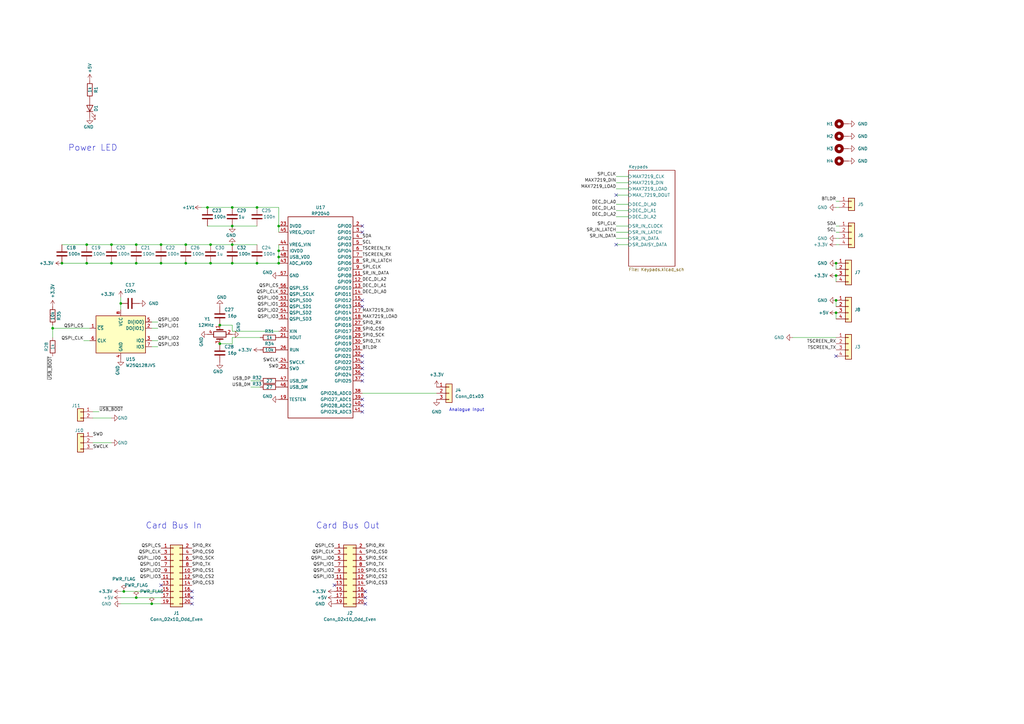
<source format=kicad_sch>
(kicad_sch (version 20211123) (generator eeschema)
  (paper "A3")
  (title_block (title "OpenDeck v3"))
  (lib_symbols
    (symbol "Conn_01x02_1" (pin_names (offset 1.016) hide)
      (property "Reference" "J" (at 0 2.54 0))
      (property "Value" "Conn_01x02_1" (at 0 -5.08 0))
      (symbol "Conn_01x02_1_1_1"
        (rectangle (start -1.27 -2.413) (end 0 -2.667) (stroke (width 0.1524)))
        (rectangle (start -1.27 0.127) (end 0 -0.127) (stroke (width 0.1524)))
        (rectangle (start -1.27 1.27) (end 1.27 -3.81) (stroke (width 0.254)) (fill (type background)))
        (pin passive line (at -5.08 0 0) (length 3.81) (name "Pin_1") (number "1"))
        (pin passive line (at -5.08 -2.54 0) (length 3.81) (name "Pin_2") (number "2"))
      )
    )
    (symbol "Conn_01x04_1" (pin_names (offset 1.016) hide)
      (property "Reference" "J" (at 0 5.08 0))
      (property "Value" "Conn_01x04_1" (at 0 -7.62 0))
      (symbol "Conn_01x04_1_1_1"
        (rectangle (start -1.27 -4.953) (end 0 -5.207) (stroke (width 0.1524)))
        (rectangle (start -1.27 -2.413) (end 0 -2.667) (stroke (width 0.1524)))
        (rectangle (start -1.27 0.127) (end 0 -0.127) (stroke (width 0.1524)))
        (rectangle (start -1.27 2.667) (end 0 2.413) (stroke (width 0.1524)))
        (rectangle (start -1.27 3.81) (end 1.27 -6.35) (stroke (width 0.254)) (fill (type background)))
        (pin passive line (at -5.08 2.54 0) (length 3.81) (name "Pin_1") (number "1"))
        (pin passive line (at -5.08 0 0) (length 3.81) (name "Pin_2") (number "2"))
        (pin passive line (at -5.08 -2.54 0) (length 3.81) (name "Pin_3") (number "3"))
        (pin passive line (at -5.08 -5.08 0) (length 3.81) (name "Pin_4") (number "4"))
      )
    )
    (symbol "Conn_01x04_2" (pin_names (offset 1.016) hide)
      (property "Reference" "J" (at 0 5.08 0))
      (property "Value" "Conn_01x04_2" (at 0 -7.62 0))
      (symbol "Conn_01x04_2_1_1"
        (rectangle (start -1.27 -4.953) (end 0 -5.207) (stroke (width 0.1524)))
        (rectangle (start -1.27 -2.413) (end 0 -2.667) (stroke (width 0.1524)))
        (rectangle (start -1.27 0.127) (end 0 -0.127) (stroke (width 0.1524)))
        (rectangle (start -1.27 2.667) (end 0 2.413) (stroke (width 0.1524)))
        (rectangle (start -1.27 3.81) (end 1.27 -6.35) (stroke (width 0.254)) (fill (type background)))
        (pin passive line (at -5.08 2.54 0) (length 3.81) (name "Pin_1") (number "1"))
        (pin passive line (at -5.08 0 0) (length 3.81) (name "Pin_2") (number "2"))
        (pin passive line (at -5.08 -2.54 0) (length 3.81) (name "Pin_3") (number "3"))
        (pin passive line (at -5.08 -5.08 0) (length 3.81) (name "Pin_4") (number "4"))
      )
    )
    (symbol "Conn_01x04_3" (pin_names (offset 1.016) hide)
      (property "Reference" "J" (at 0 5.08 0))
      (property "Value" "Conn_01x04_3" (at 0 -7.62 0))
      (symbol "Conn_01x04_3_1_1"
        (rectangle (start -1.27 -4.953) (end 0 -5.207) (stroke (width 0.1524)))
        (rectangle (start -1.27 -2.413) (end 0 -2.667) (stroke (width 0.1524)))
        (rectangle (start -1.27 0.127) (end 0 -0.127) (stroke (width 0.1524)))
        (rectangle (start -1.27 2.667) (end 0 2.413) (stroke (width 0.1524)))
        (rectangle (start -1.27 3.81) (end 1.27 -6.35) (stroke (width 0.254)) (fill (type background)))
        (pin passive line (at -5.08 2.54 0) (length 3.81) (name "Pin_1") (number "1"))
        (pin passive line (at -5.08 0 0) (length 3.81) (name "Pin_2") (number "2"))
        (pin passive line (at -5.08 -2.54 0) (length 3.81) (name "Pin_3") (number "3"))
        (pin passive line (at -5.08 -5.08 0) (length 3.81) (name "Pin_4") (number "4"))
      )
    )
    (symbol "Connector_Generic:Conn_01x02" (pin_names (offset 1.016) hide)
      (property "Reference" "J" (at 0 2.54 0))
      (property "Value" "Conn_01x02" (at 0 -5.08 0))
      (symbol "Conn_01x02_1_1"
        (rectangle (start -1.27 -2.413) (end 0 -2.667) (stroke (width 0.1524)))
        (rectangle (start -1.27 0.127) (end 0 -0.127) (stroke (width 0.1524)))
        (rectangle (start -1.27 1.27) (end 1.27 -3.81) (stroke (width 0.254)) (fill (type background)))
        (pin passive line (at -5.08 0 0) (length 3.81) (name "Pin_1") (number "1"))
        (pin passive line (at -5.08 -2.54 0) (length 3.81) (name "Pin_2") (number "2"))
      )
    )
    (symbol "Connector_Generic:Conn_01x03" (pin_names (offset 1.016) hide)
      (property "Reference" "J" (at 0 5.08 0))
      (property "Value" "Conn_01x03" (at 0 -5.08 0))
      (symbol "Conn_01x03_1_1"
        (rectangle (start -1.27 -2.413) (end 0 -2.667) (stroke (width 0.1524)))
        (rectangle (start -1.27 0.127) (end 0 -0.127) (stroke (width 0.1524)))
        (rectangle (start -1.27 2.667) (end 0 2.413) (stroke (width 0.1524)))
        (rectangle (start -1.27 3.81) (end 1.27 -3.81) (stroke (width 0.254)) (fill (type background)))
        (pin passive line (at -5.08 2.54 0) (length 3.81) (name "Pin_1") (number "1"))
        (pin passive line (at -5.08 0 0) (length 3.81) (name "Pin_2") (number "2"))
        (pin passive line (at -5.08 -2.54 0) (length 3.81) (name "Pin_3") (number "3"))
      )
    )
    (symbol "Connector_Generic:Conn_01x04" (pin_names (offset 1.016) hide)
      (property "Reference" "J" (at 0 5.08 0))
      (property "Value" "Conn_01x04" (at 0 -7.62 0))
      (symbol "Conn_01x04_1_1"
        (rectangle (start -1.27 -4.953) (end 0 -5.207) (stroke (width 0.1524)))
        (rectangle (start -1.27 -2.413) (end 0 -2.667) (stroke (width 0.1524)))
        (rectangle (start -1.27 0.127) (end 0 -0.127) (stroke (width 0.1524)))
        (rectangle (start -1.27 2.667) (end 0 2.413) (stroke (width 0.1524)))
        (rectangle (start -1.27 3.81) (end 1.27 -6.35) (stroke (width 0.254)) (fill (type background)))
        (pin passive line (at -5.08 2.54 0) (length 3.81) (name "Pin_1") (number "1"))
        (pin passive line (at -5.08 0 0) (length 3.81) (name "Pin_2") (number "2"))
        (pin passive line (at -5.08 -2.54 0) (length 3.81) (name "Pin_3") (number "3"))
        (pin passive line (at -5.08 -5.08 0) (length 3.81) (name "Pin_4") (number "4"))
      )
    )
    (symbol "Connector_Generic:Conn_02x10_Odd_Even" (pin_names (offset 1.016) hide)
      (property "Reference" "J" (at 1.27 12.7 0))
      (property "Value" "Conn_02x10_Odd_Even" (at 1.27 -15.24 0))
      (symbol "Conn_02x10_Odd_Even_1_1"
        (rectangle (start -1.27 -12.573) (end 0 -12.827) (stroke (width 0.1524)))
        (rectangle (start -1.27 -10.033) (end 0 -10.287) (stroke (width 0.1524)))
        (rectangle (start -1.27 -7.493) (end 0 -7.747) (stroke (width 0.1524)))
        (rectangle (start -1.27 -4.953) (end 0 -5.207) (stroke (width 0.1524)))
        (rectangle (start -1.27 -2.413) (end 0 -2.667) (stroke (width 0.1524)))
        (rectangle (start -1.27 0.127) (end 0 -0.127) (stroke (width 0.1524)))
        (rectangle (start -1.27 2.667) (end 0 2.413) (stroke (width 0.1524)))
        (rectangle (start -1.27 5.207) (end 0 4.953) (stroke (width 0.1524)))
        (rectangle (start -1.27 7.747) (end 0 7.493) (stroke (width 0.1524)))
        (rectangle (start -1.27 10.287) (end 0 10.033) (stroke (width 0.1524)))
        (rectangle (start -1.27 11.43) (end 3.81 -13.97) (stroke (width 0.254)) (fill (type background)))
        (rectangle (start 3.81 -12.573) (end 2.54 -12.827) (stroke (width 0.1524)))
        (rectangle (start 3.81 -10.033) (end 2.54 -10.287) (stroke (width 0.1524)))
        (rectangle (start 3.81 -7.493) (end 2.54 -7.747) (stroke (width 0.1524)))
        (rectangle (start 3.81 -4.953) (end 2.54 -5.207) (stroke (width 0.1524)))
        (rectangle (start 3.81 -2.413) (end 2.54 -2.667) (stroke (width 0.1524)))
        (rectangle (start 3.81 0.127) (end 2.54 -0.127) (stroke (width 0.1524)))
        (rectangle (start 3.81 2.667) (end 2.54 2.413) (stroke (width 0.1524)))
        (rectangle (start 3.81 5.207) (end 2.54 4.953) (stroke (width 0.1524)))
        (rectangle (start 3.81 7.747) (end 2.54 7.493) (stroke (width 0.1524)))
        (rectangle (start 3.81 10.287) (end 2.54 10.033) (stroke (width 0.1524)))
        (pin passive line (at -5.08 10.16 0) (length 3.81) (name "Pin_1") (number "1"))
        (pin passive line (at 7.62 0 180) (length 3.81) (name "Pin_10") (number "10"))
        (pin passive line (at -5.08 -2.54 0) (length 3.81) (name "Pin_11") (number "11"))
        (pin passive line (at 7.62 -2.54 180) (length 3.81) (name "Pin_12") (number "12"))
        (pin passive line (at -5.08 -5.08 0) (length 3.81) (name "Pin_13") (number "13"))
        (pin passive line (at 7.62 -5.08 180) (length 3.81) (name "Pin_14") (number "14"))
        (pin passive line (at -5.08 -7.62 0) (length 3.81) (name "Pin_15") (number "15"))
        (pin passive line (at 7.62 -7.62 180) (length 3.81) (name "Pin_16") (number "16"))
        (pin passive line (at -5.08 -10.16 0) (length 3.81) (name "Pin_17") (number "17"))
        (pin passive line (at 7.62 -10.16 180) (length 3.81) (name "Pin_18") (number "18"))
        (pin passive line (at -5.08 -12.7 0) (length 3.81) (name "Pin_19") (number "19"))
        (pin passive line (at 7.62 10.16 180) (length 3.81) (name "Pin_2") (number "2"))
        (pin passive line (at 7.62 -12.7 180) (length 3.81) (name "Pin_20") (number "20"))
        (pin passive line (at -5.08 7.62 0) (length 3.81) (name "Pin_3") (number "3"))
        (pin passive line (at 7.62 7.62 180) (length 3.81) (name "Pin_4") (number "4"))
        (pin passive line (at -5.08 5.08 0) (length 3.81) (name "Pin_5") (number "5"))
        (pin passive line (at 7.62 5.08 180) (length 3.81) (name "Pin_6") (number "6"))
        (pin passive line (at -5.08 2.54 0) (length 3.81) (name "Pin_7") (number "7"))
        (pin passive line (at 7.62 2.54 180) (length 3.81) (name "Pin_8") (number "8"))
        (pin passive line (at -5.08 0 0) (length 3.81) (name "Pin_9") (number "9"))
      )
    )
    (symbol "Device:C" (pin_numbers hide) (pin_names (offset 0.254))
      (property "Reference" "C" (at 0.635 2.54 0))
      (property "Value" "C" (at 0.635 -2.54 0))
      (symbol "C_0_1"
        (polyline (pts (xy -2.032 -0.762) (xy 2.032 -0.762)) (stroke (width 0.508)))
        (polyline (pts (xy -2.032 0.762) (xy 2.032 0.762)) (stroke (width 0.508)))
      )
      (symbol "C_1_1"
        (pin passive line (at 0 3.81 270) (length 2.794) (name "~") (number "1"))
        (pin passive line (at 0 -3.81 90) (length 2.794) (name "~") (number "2"))
      )
    )
    (symbol "Device:LED" (pin_numbers hide) (pin_names (offset 1.016) hide)
      (property "Reference" "D" (at 0 2.54 0))
      (property "Value" "LED" (at 0 -2.54 0))
      (symbol "LED_0_1"
        (polyline (pts (xy -1.27 -1.27) (xy -1.27 1.27)) (stroke (width 0.254)))
        (polyline (pts (xy -1.27 0) (xy 1.27 0)))
        (polyline (pts (xy 1.27 -1.27) (xy 1.27 1.27) (xy -1.27 0) (xy 1.27 -1.27)) (stroke (width 0.254)))
        (polyline (pts (xy -3.048 -0.762) (xy -4.572 -2.286) (xy -3.81 -2.286) (xy -4.572 -2.286) (xy -4.572 -1.524)))
        (polyline (pts (xy -1.778 -0.762) (xy -3.302 -2.286) (xy -2.54 -2.286) (xy -3.302 -2.286) (xy -3.302 -1.524)))
      )
      (symbol "LED_1_1"
        (pin passive line (at -3.81 0 0) (length 2.54) (name "K") (number "1"))
        (pin passive line (at 3.81 0 180) (length 2.54) (name "A") (number "2"))
      )
    )
    (symbol "Device:R" (pin_numbers hide) (pin_names (offset 0))
      (property "Reference" "R" (at 2.032 0 90))
      (property "Value" "R" (at 0 0 90))
      (symbol "R_0_1"
        (rectangle (start -1.016 -2.54) (end 1.016 2.54) (stroke (width 0.254)))
      )
      (symbol "R_1_1"
        (pin passive line (at 0 3.81 270) (length 1.27) (name "~") (number "1"))
        (pin passive line (at 0 -3.81 90) (length 1.27) (name "~") (number "2"))
      )
    )
    (symbol "Igor:Crystal-4P" (pin_names hide)
      (property "Reference" "Y1" (at 1.27 6.35 0))
      (property "Value" "12MHz" (at 1.27 3.81 0))
      (symbol "Crystal-4P_0_1"
        (rectangle (start -1.143 2.54) (end 1.143 -2.54) (stroke (width 0.3048)))
        (polyline (pts (xy -2.54 0) (xy -1.905 0)))
        (polyline (pts (xy -1.905 -1.27) (xy -1.905 1.27)) (stroke (width 0.508)))
        (polyline (pts (xy 1.905 -1.27) (xy 1.905 1.27)) (stroke (width 0.508)))
        (polyline (pts (xy 2.54 0) (xy 1.905 0)))
      )
      (symbol "Crystal-4P_1_1"
        (pin passive line (at -3.81 0 0) (length 1.27) (name "1") (number "1"))
        (pin passive line (at 0 5.08 270) (length 2.54) (name "2") (number "2"))
        (pin passive line (at 3.81 0 180) (length 1.27) (name "3") (number "3"))
        (pin passive line (at 0 -5.08 90) (length 2.54) (name "4") (number "4"))
      )
    )
    (symbol "Igor:RP2040"
      (property "Reference" "U17" (at 13.335 86.36 0))
      (property "Value" "RP2040" (at 13.335 83.82 0))
      (symbol "RP2040_0_1"
        (rectangle (start 0 82.55) (end 26.67 0) (stroke (width 0.254)))
      )
      (symbol "RP2040_1_1"
        (pin power_in line (at -3.81 68.58 0) (length 3.81) (name "IOVDD") (number "1"))
        (pin passive line (at -3.81 68.58 0) (length 3.81) hide (name "IOVDD") (number "10"))
        (pin bidirectional line (at 30.48 58.42 180) (length 3.81) (name "GPIO8") (number "11"))
        (pin bidirectional line (at 30.48 55.88 180) (length 3.81) (name "GPIO9") (number "12"))
        (pin bidirectional line (at 30.48 53.34 180) (length 3.81) (name "GPIO10") (number "13"))
        (pin bidirectional line (at 30.48 50.8 180) (length 3.81) (name "GPIO11") (number "14"))
        (pin bidirectional line (at 30.48 48.26 180) (length 3.81) (name "GPIO12") (number "15"))
        (pin bidirectional line (at 30.48 45.72 180) (length 3.81) (name "GPIO13") (number "16"))
        (pin bidirectional line (at 30.48 43.18 180) (length 3.81) (name "GPIO14") (number "17"))
        (pin bidirectional line (at 30.48 40.64 180) (length 3.81) (name "GPIO15") (number "18"))
        (pin input line (at -3.81 7.62 0) (length 3.81) (name "TESTEN") (number "19"))
        (pin bidirectional line (at 30.48 78.74 180) (length 3.81) (name "GPIO0") (number "2"))
        (pin input line (at -3.81 35.56 0) (length 3.81) (name "XIN") (number "20"))
        (pin passive line (at -3.81 33.02 0) (length 3.81) (name "XOUT") (number "21"))
        (pin passive line (at -3.81 68.58 0) (length 3.81) hide (name "IOVDD") (number "22"))
        (pin power_in line (at -3.81 78.74 0) (length 3.81) (name "DVDD") (number "23"))
        (pin output line (at -3.81 22.86 0) (length 3.81) (name "SWCLK") (number "24"))
        (pin bidirectional line (at -3.81 20.32 0) (length 3.81) (name "SWD") (number "25"))
        (pin input line (at -3.81 27.94 0) (length 3.81) (name "RUN") (number "26"))
        (pin bidirectional line (at 30.48 38.1 180) (length 3.81) (name "GPIO16") (number "27"))
        (pin bidirectional line (at 30.48 35.56 180) (length 3.81) (name "GPIO17") (number "28"))
        (pin bidirectional line (at 30.48 33.02 180) (length 3.81) (name "GPIO18") (number "29"))
        (pin bidirectional line (at 30.48 76.2 180) (length 3.81) (name "GPIO1") (number "3"))
        (pin bidirectional line (at 30.48 30.48 180) (length 3.81) (name "GPIO19") (number "30"))
        (pin bidirectional line (at 30.48 27.94 180) (length 3.81) (name "GPIO20") (number "31"))
        (pin bidirectional line (at 30.48 25.4 180) (length 3.81) (name "GPIO21") (number "32"))
        (pin passive line (at -3.81 68.58 0) (length 3.81) hide (name "IOVDD") (number "33"))
        (pin bidirectional line (at 30.48 22.86 180) (length 3.81) (name "GPIO22") (number "34"))
        (pin bidirectional line (at 30.48 20.32 180) (length 3.81) (name "GPIO23") (number "35"))
        (pin bidirectional line (at 30.48 17.78 180) (length 3.81) (name "GPIO24") (number "36"))
        (pin bidirectional line (at 30.48 15.24 180) (length 3.81) (name "GPIO25") (number "37"))
        (pin bidirectional line (at 30.48 10.16 180) (length 3.81) (name "GPIO26_ADC0") (number "38"))
        (pin bidirectional line (at 30.48 7.62 180) (length 3.81) (name "GPIO27_ADC1") (number "39"))
        (pin bidirectional line (at 30.48 73.66 180) (length 3.81) (name "GPIO2") (number "4"))
        (pin bidirectional line (at 30.48 5.08 180) (length 3.81) (name "GPIO28_ADC2") (number "40"))
        (pin bidirectional line (at 30.48 2.54 180) (length 3.81) (name "GPIO29_ADC3") (number "41"))
        (pin passive line (at -3.81 68.58 0) (length 3.81) hide (name "IOVDD") (number "42"))
        (pin power_in line (at -3.81 63.5 0) (length 3.81) (name "ADC_AVDD") (number "43"))
        (pin power_in line (at -3.81 71.12 0) (length 3.81) (name "VREG_VIN") (number "44"))
        (pin power_out line (at -3.81 76.2 0) (length 3.81) (name "VREG_VOUT") (number "45"))
        (pin bidirectional line (at -3.81 12.7 0) (length 3.81) (name "USB_DM") (number "46"))
        (pin bidirectional line (at -3.81 15.24 0) (length 3.81) (name "USB_DP") (number "47"))
        (pin power_in line (at -3.81 66.04 0) (length 3.81) (name "USB_VDD") (number "48"))
        (pin passive line (at -3.81 68.58 0) (length 3.81) hide (name "IOVDD") (number "49"))
        (pin bidirectional line (at 30.48 71.12 180) (length 3.81) (name "GPIO3") (number "5"))
        (pin passive line (at -3.81 78.74 0) (length 3.81) hide (name "DVDD") (number "50"))
        (pin bidirectional line (at -3.81 40.64 0) (length 3.81) (name "QSPI_SD3") (number "51"))
        (pin output line (at -3.81 50.8 0) (length 3.81) (name "QSPI_SCLK") (number "52"))
        (pin bidirectional line (at -3.81 48.26 0) (length 3.81) (name "QSPI_SD0") (number "53"))
        (pin bidirectional line (at -3.81 43.18 0) (length 3.81) (name "QSPI_SD2") (number "54"))
        (pin bidirectional line (at -3.81 45.72 0) (length 3.81) (name "QSPI_SD1") (number "55"))
        (pin bidirectional line (at -3.81 53.34 0) (length 3.81) (name "QSPI_SS") (number "56"))
        (pin power_in line (at -3.81 58.42 0) (length 3.81) (name "GND") (number "57"))
        (pin bidirectional line (at 30.48 68.58 180) (length 3.81) (name "GPIO4") (number "6"))
        (pin bidirectional line (at 30.48 66.04 180) (length 3.81) (name "GPIO5") (number "7"))
        (pin bidirectional line (at 30.48 63.5 180) (length 3.81) (name "GPIO6") (number "8"))
        (pin bidirectional line (at 30.48 60.96 180) (length 3.81) (name "GPIO7") (number "9"))
      )
    )
    (symbol "Mechanical:MountingHole_Pad" (pin_numbers hide) (pin_names (offset 1.016) hide)
      (property "Reference" "H" (at 0 6.35 0))
      (property "Value" "MountingHole_Pad" (at 0 4.445 0))
      (symbol "MountingHole_Pad_0_1"
        (circle (center 0 1.27) (radius 1.27) (stroke (width 1.27)))
      )
      (symbol "MountingHole_Pad_1_1"
        (pin input line (at 0 -2.54 90) (length 2.54) (name "1") (number "1"))
      )
    )
    (symbol "Memory_Flash:W25Q128JVS"
      (property "Reference" "U" (at -8.89 8.89 0))
      (property "Value" "W25Q128JVS" (at 7.62 8.89 0))
      (symbol "W25Q128JVS_0_1"
        (rectangle (start -10.16 7.62) (end 10.16 -7.62) (stroke (width 0.254)) (fill (type background)))
      )
      (symbol "W25Q128JVS_1_1"
        (pin input line (at -12.7 2.54 0) (length 2.54) (name "~{CS}") (number "1"))
        (pin bidirectional line (at 12.7 2.54 180) (length 2.54) (name "DO(IO1)") (number "2"))
        (pin bidirectional line (at 12.7 -2.54 180) (length 2.54) (name "IO2") (number "3"))
        (pin power_in line (at 0 -10.16 90) (length 2.54) (name "GND") (number "4"))
        (pin bidirectional line (at 12.7 5.08 180) (length 2.54) (name "DI(IO0)") (number "5"))
        (pin input line (at -12.7 -2.54 0) (length 2.54) (name "CLK") (number "6"))
        (pin bidirectional line (at 12.7 -5.08 180) (length 2.54) (name "IO3") (number "7"))
        (pin power_in line (at 0 10.16 270) (length 2.54) (name "VCC") (number "8"))
      )
    )
    (symbol "power:+1V1" (power) (pin_names (offset 0))
      (property "Value" "+1V1" (at 0 3.556 0))
      (symbol "+1V1_0_1"
        (polyline (pts (xy -0.762 1.27) (xy 0 2.54)))
        (polyline (pts (xy 0 0) (xy 0 2.54)))
        (polyline (pts (xy 0 2.54) (xy 0.762 1.27)))
      )
      (symbol "+1V1_1_1"
        (pin power_in line (at 0 0 90) (length 0) hide (name "+1V1") (number "1"))
      )
    )
    (symbol "power:+3.3V" (power) (pin_names (offset 0))
      (property "Value" "+3.3V" (at 0 3.556 0))
      (symbol "+3.3V_0_1"
        (polyline (pts (xy -0.762 1.27) (xy 0 2.54)))
        (polyline (pts (xy 0 0) (xy 0 2.54)))
        (polyline (pts (xy 0 2.54) (xy 0.762 1.27)))
      )
      (symbol "+3.3V_1_1"
        (pin power_in line (at 0 0 90) (length 0) hide (name "+3.3V") (number "1"))
      )
    )
    (symbol "power:+5V" (power) (pin_names (offset 0))
      (property "Value" "+5V" (at 0 3.556 0))
      (symbol "+5V_0_1"
        (polyline (pts (xy -0.762 1.27) (xy 0 2.54)))
        (polyline (pts (xy 0 0) (xy 0 2.54)))
        (polyline (pts (xy 0 2.54) (xy 0.762 1.27)))
      )
      (symbol "+5V_1_1"
        (pin power_in line (at 0 0 90) (length 0) hide (name "+5V") (number "1"))
      )
    )
    (symbol "power:GND" (power) (pin_names (offset 0))
      (property "Value" "GND" (at 0 -3.81 0))
      (symbol "GND_0_1"
        (polyline (pts (xy 0 0) (xy 0 -1.27) (xy 1.27 -1.27) (xy 0 -2.54) (xy -1.27 -1.27) (xy 0 -1.27)))
      )
      (symbol "GND_1_1"
        (pin power_in line (at 0 0 270) (length 0) hide (name "GND") (number "1"))
      )
    )
    (symbol "power:PWR_FLAG" (power) (pin_numbers hide) (pin_names (offset 0) hide)
      (property "Value" "PWR_FLAG" (at 0 3.81 0))
      (symbol "PWR_FLAG_0_0"
        (pin power_out line (at 0 0 90) (length 0) (name "pwr") (number "1"))
      )
      (symbol "PWR_FLAG_0_1"
        (polyline (pts (xy 0 0) (xy 0 1.27) (xy -1.016 1.905) (xy 0 2.54) (xy 1.016 1.905) (xy 0 1.27)))
      )
    )
  )
  (junction (at 114.3 102.87))
  (junction (at 25.4 107.95))
  (junction (at 90.17 140.97))
  (junction (at 342.9 107.95))
  (junction (at 55.88 245.11))
  (junction (at 55.88 100.33))
  (junction (at 342.9 123.19))
  (junction (at 49.53 124.46))
  (junction (at 76.2 107.95))
  (junction (at 114.3 107.95))
  (junction (at 35.56 107.95))
  (junction (at 114.3 105.41))
  (junction (at 55.88 107.95))
  (junction (at 62.23 247.65))
  (junction (at 114.3 92.71))
  (junction (at 90.17 133.35))
  (junction (at 35.56 100.33))
  (junction (at 21.59 134.62))
  (junction (at 342.9 113.03))
  (junction (at 95.25 107.95))
  (junction (at 95.25 100.33))
  (junction (at 45.72 100.33))
  (junction (at 342.9 128.27))
  (junction (at 76.2 100.33))
  (junction (at 66.04 107.95))
  (junction (at 95.25 85.09))
  (junction (at 45.72 107.95))
  (junction (at 50.8 242.57))
  (junction (at 66.04 100.33))
  (junction (at 105.41 107.95))
  (junction (at 86.36 107.95))
  (junction (at 85.09 85.09))
  (junction (at 105.41 85.09))
  (junction (at 86.36 100.33))
  (junction (at 95.25 92.71))
  (no_connect (at 252.73 100.33))
  (no_connect (at 78.74 242.57))
  (no_connect (at 148.59 148.59))
  (no_connect (at 148.59 151.13))
  (no_connect (at 148.59 153.67))
  (no_connect (at 148.59 156.21))
  (no_connect (at 148.59 163.83))
  (no_connect (at 148.59 166.37))
  (no_connect (at 148.59 168.91))
  (no_connect (at 148.59 146.05))
  (no_connect (at 149.86 242.57))
  (no_connect (at 342.9 146.05))
  (no_connect (at 78.74 247.65))
  (no_connect (at 137.16 240.03))
  (no_connect (at 66.04 240.03))
  (no_connect (at 149.86 245.11))
  (no_connect (at 149.86 247.65))
  (no_connect (at 78.74 245.11))
  (no_connect (at 148.59 95.25))
  (no_connect (at 148.59 125.73))
  (no_connect (at 148.59 92.71))
  (no_connect (at 148.59 123.19))
  (no_connect (at 252.73 80.01))
  (wire (pts (xy 95.25 92.71) (xy 105.41 92.71)))
  (wire (pts (xy 342.9 128.27) (xy 342.9 130.81)))
  (wire (pts (xy 252.73 77.47) (xy 257.81 77.47)))
  (wire (pts (xy 105.41 107.95) (xy 114.3 107.95)))
  (wire (pts (xy 45.72 107.95) (xy 55.88 107.95)))
  (wire (pts (xy 55.88 245.11) (xy 66.04 245.11)))
  (wire (pts (xy 252.73 100.33) (xy 257.81 100.33)))
  (wire (pts (xy 252.73 80.01) (xy 257.81 80.01)))
  (wire (pts (xy 45.72 100.33) (xy 55.88 100.33)))
  (wire (pts (xy 102.87 158.75) (xy 106.68 158.75)))
  (wire (pts (xy 344.17 97.79) (xy 342.9 97.79)))
  (wire (pts (xy 21.59 133.35) (xy 21.59 134.62)))
  (wire (pts (xy 252.73 97.79) (xy 257.81 97.79)))
  (wire (pts (xy 252.73 83.82) (xy 257.81 83.82)))
  (wire (pts (xy 95.25 138.43) (xy 106.68 138.43)))
  (wire (pts (xy 21.59 138.43) (xy 21.59 134.62)))
  (wire (pts (xy 62.23 139.7) (xy 64.77 139.7)))
  (wire (pts (xy 35.56 100.33) (xy 45.72 100.33)))
  (wire (pts (xy 342.9 82.55) (xy 344.17 82.55)))
  (wire (pts (xy 95.25 107.95) (xy 105.41 107.95)))
  (wire (pts (xy 86.36 107.95) (xy 95.25 107.95)))
  (wire (pts (xy 105.41 85.09) (xy 114.3 85.09)))
  (wire (pts (xy 62.23 132.08) (xy 64.77 132.08)))
  (wire (pts (xy 114.3 100.33) (xy 114.3 102.87)))
  (wire (pts (xy 49.53 247.65) (xy 62.23 247.65)))
  (wire (pts (xy 85.09 85.09) (xy 95.25 85.09)))
  (wire (pts (xy 252.73 74.93) (xy 257.81 74.93)))
  (wire (pts (xy 114.3 105.41) (xy 114.3 107.95)))
  (wire (pts (xy 49.53 121.92) (xy 49.53 124.46)))
  (wire (pts (xy 49.53 245.11) (xy 55.88 245.11)))
  (wire (pts (xy 62.23 247.65) (xy 66.04 247.65)))
  (wire (pts (xy 35.56 107.95) (xy 45.72 107.95)))
  (wire (pts (xy 55.88 100.33) (xy 66.04 100.33)))
  (wire (pts (xy 95.25 135.89) (xy 95.25 133.35)))
  (wire (pts (xy 36.83 139.7) (xy 34.29 139.7)))
  (wire (pts (xy 62.23 142.24) (xy 64.77 142.24)))
  (wire (pts (xy 102.87 156.21) (xy 106.68 156.21)))
  (wire (pts (xy 252.73 72.39) (xy 257.81 72.39)))
  (wire (pts (xy 66.04 100.33) (xy 76.2 100.33)))
  (wire (pts (xy 252.73 86.36) (xy 257.81 86.36)))
  (wire (pts (xy 76.2 100.33) (xy 86.36 100.33)))
  (wire (pts (xy 114.3 92.71) (xy 114.3 95.25)))
  (wire (pts (xy 66.04 107.95) (xy 76.2 107.95)))
  (wire (pts (xy 55.88 107.95) (xy 66.04 107.95)))
  (wire (pts (xy 114.3 135.89) (xy 95.25 135.89)))
  (wire (pts (xy 114.3 102.87) (xy 114.3 105.41)))
  (wire (pts (xy 342.9 123.19) (xy 342.9 125.73)))
  (wire (pts (xy 86.36 100.33) (xy 95.25 100.33)))
  (wire (pts (xy 148.59 161.29) (xy 179.07 161.29)))
  (wire (pts (xy 252.73 95.25) (xy 257.81 95.25)))
  (wire (pts (xy 342.9 85.09) (xy 344.17 85.09)))
  (wire (pts (xy 49.53 242.57) (xy 50.8 242.57)))
  (wire (pts (xy 62.23 134.62) (xy 64.77 134.62)))
  (wire (pts (xy 95.25 85.09) (xy 105.41 85.09)))
  (wire (pts (xy 342.9 113.03) (xy 342.9 115.57)))
  (wire (pts (xy 82.55 85.09) (xy 85.09 85.09)))
  (wire (pts (xy 344.17 100.33) (xy 342.9 100.33)))
  (wire (pts (xy 25.4 100.33) (xy 35.56 100.33)))
  (wire (pts (xy 325.12 138.43) (xy 342.9 138.43)))
  (wire (pts (xy 76.2 107.95) (xy 86.36 107.95)))
  (wire (pts (xy 85.09 92.71) (xy 95.25 92.71)))
  (wire (pts (xy 252.73 92.71) (xy 257.81 92.71)))
  (wire (pts (xy 38.1 171.45) (xy 45.72 171.45)))
  (wire (pts (xy 95.25 133.35) (xy 90.17 133.35)))
  (wire (pts (xy 114.3 92.71) (xy 114.3 85.09)))
  (wire (pts (xy 38.1 168.91) (xy 40.64 168.91)))
  (wire (pts (xy 49.53 124.46) (xy 49.53 127)))
  (wire (pts (xy 90.17 140.97) (xy 95.25 140.97)))
  (wire (pts (xy 342.9 92.71) (xy 344.17 92.71)))
  (wire (pts (xy 342.9 95.25) (xy 344.17 95.25)))
  (wire (pts (xy 36.83 134.62) (xy 21.59 134.62)))
  (wire (pts (xy 252.73 88.9) (xy 257.81 88.9)))
  (wire (pts (xy 45.72 181.61) (xy 38.1 181.61)))
  (wire (pts (xy 25.4 107.95) (xy 35.56 107.95)))
  (wire (pts (xy 95.25 138.43) (xy 95.25 140.97)))
  (wire (pts (xy 50.8 242.57) (xy 66.04 242.57)))
  (wire (pts (xy 95.25 100.33) (xy 105.41 100.33)))
  (wire (pts (xy 342.9 107.95) (xy 342.9 110.49)))
  (text "Card Bus In" (at 59.69 217.17 0) (effects (font (size 2.54 2.54)) (justify left bottom)))
  (text "Power LED" (at 27.94 62.23 0) (effects (font (size 2.54 2.54)) (justify left bottom)))
  (text "Card Bus Out" (at 129.54 217.17 0) (effects (font (size 2.54 2.54)) (justify left bottom)))
  (text "Analogue Input" (at 184.15 168.91 0) (effects (font (size 1.27 1.27)) (justify left bottom)))
  (label "SPI0_SCK" (at 78.74 229.87 0))
  (label "QSPI_CLK" (at 114.3 120.65 180))
  (label "SDA" (at 342.9 92.71 180))
  (label "QSPI_CS" (at 114.3 118.11 180))
  (label "~{USB_BOOT}" (at 21.59 146.05 270))
  (label "SWD" (at 114.3 151.13 180))
  (label "QSPI_IO0" (at 64.77 132.08 0))
  (label "SPI0_CS2" (at 78.74 237.49 0))
  (label "TSCREEN_RX" (at 342.9 140.97 180))
  (label "QSPI_IO3" (at 64.77 142.24 0))
  (label "QSPI_IO2" (at 114.3 128.27 180))
  (label "TSCREEN_RX" (at 148.59 105.41 0))
  (label "QSPI_IO2" (at 137.16 234.95 180))
  (label "SR_IN_LATCH" (at 148.59 107.95 0))
  (label "DEC_DI_A2" (at 252.73 88.9 180))
  (label "SPI0_CS0" (at 149.86 227.33 0))
  (label "SPI_CLK" (at 252.73 72.39 180))
  (label "QSPI_IO2" (at 64.77 139.7 0))
  (label "~{USB_BOOT}" (at 40.64 168.91 0))
  (label "SPI0_TX" (at 78.74 232.41 0))
  (label "SPI_CLK" (at 148.59 110.49 0))
  (label "SPI0_CS0" (at 148.59 135.89 0))
  (label "SPI_CLK" (at 252.73 92.71 180))
  (label "MAX7219_LOAD" (at 252.73 77.47 180))
  (label "SPI0_CS0" (at 78.74 227.33 0))
  (label "SPI0_CS3" (at 149.86 240.03 0))
  (label "DEC_DI_A0" (at 252.73 83.82 180))
  (label "SPI0_TX" (at 149.86 232.41 0))
  (label "QSPI_IO1" (at 66.04 232.41 180))
  (label "DEC_DI_A0" (at 148.59 120.65 0))
  (label "SPI0_RX" (at 148.59 133.35 0))
  (label "QSPI_IO0" (at 114.3 123.19 180))
  (label "BTLDR" (at 342.9 82.55 180))
  (label "USB_DM" (at 102.87 158.75 180))
  (label "QSPI_IO2" (at 66.04 234.95 180))
  (label "QSPI_CS" (at 34.29 134.62 180))
  (label "BTLDR" (at 148.59 143.51 0))
  (label "QSPI__IO0" (at 137.16 229.87 180))
  (label "QSPI_IO3" (at 66.04 237.49 180))
  (label "SWCLK" (at 114.3 148.59 180))
  (label "SWCLK" (at 38.1 184.15 0))
  (label "QSPI_IO1" (at 64.77 134.62 0))
  (label "MAX7219_DIN" (at 148.59 128.27 0))
  (label "DEC_DI_A1" (at 148.59 118.11 0))
  (label "QSPI_CLK" (at 66.04 227.33 180))
  (label "SCL" (at 342.9 95.25 180))
  (label "SR_IN_DATA" (at 252.73 97.79 180))
  (label "SCL" (at 148.59 100.33 0))
  (label "TSCREEN_TX" (at 148.59 102.87 0))
  (label "SPI0_SCK" (at 149.86 229.87 0))
  (label "QSPI_IO3" (at 114.3 130.81 180))
  (label "QSPI_CLK" (at 34.29 139.7 180))
  (label "QSPI_CS" (at 66.04 224.79 180))
  (label "QSPI_CS" (at 137.16 224.79 180))
  (label "USB_DP" (at 102.87 156.21 180))
  (label "DEC_DI_A2" (at 148.59 115.57 0))
  (label "SPI0_RX" (at 149.86 224.79 0))
  (label "SR_IN_DATA" (at 148.59 113.03 0))
  (label "SPI0_CS2" (at 149.86 237.49 0))
  (label "SPI0_TX" (at 148.59 140.97 0))
  (label "MAX7219_DIN" (at 252.73 74.93 180))
  (label "SPI0_CS1" (at 149.86 234.95 0))
  (label "MAX7219_LOAD" (at 148.59 130.81 0))
  (label "SPI0_CS1" (at 78.74 234.95 0))
  (label "SPI0_RX" (at 78.74 224.79 0))
  (label "QSPI__IO0" (at 66.04 229.87 180))
  (label "QSPI_IO1" (at 114.3 125.73 180))
  (label "SR_IN_LATCH" (at 252.73 95.25 180))
  (label "DEC_DI_A1" (at 252.73 86.36 180))
  (label "SWD" (at 38.1 179.07 0))
  (label "QSPI_IO3" (at 137.16 237.49 180))
  (label "SPI0_CS3" (at 78.74 240.03 0))
  (label "SPI0_SCK" (at 148.59 138.43 0))
  (label "QSPI_IO1" (at 137.16 232.41 180))
  (label "SDA" (at 148.59 97.79 0))
  (label "QSPI_CLK" (at 137.16 227.33 180))
  (label "TSCREEN_TX" (at 342.9 143.51 180))
  (symbol (lib_id "Device:C") (at 55.88 104.14 180) (unit 1)
    (property "Reference" "C21" (at 59.69 101.6 0))
    (property "Value" "100n" (at 60.96 104.14 0))
    (property "Footprint" "Capacitor_SMD:C_0402_1005Metric" (effects hide))
    (property "LCSC" "C1525" (effects hide))
  )
  (symbol (lib_id "Mechanical:MountingHole_Pad") (at 345.44 66.04 90) (unit 1)
    (property "Reference" "H4" (at 340.36 66.04 90))
    (property "Value" "MountingHole_Pad" (effects hide))
    (property "Footprint" "MountingHole:MountingHole_3.2mm_M3_DIN965_Pad" (effects hide))
  )
  (symbol (lib_id "Device:LED") (at 36.83 44.45 90) (unit 1)
    (property "Reference" "D1" (at 39.37 44.45 0))
    (property "Value" "Red" (effects hide))
    (property "Footprint" "LED_SMD:LED_0805_2012Metric" (effects hide))
    (property "LCSC" "C84256" (effects hide))
  )
  (symbol (lib_id "power:+3.3V") (at 179.07 158.75 0) (unit 1)
    (property "Reference" "#PWR0104" (effects hide))
    (property "Value" "+3.3V" (at 179.07 153.67 0))
  )
  (symbol (lib_id "power:GND") (at 45.72 181.61 90) (unit 1)
    (property "Reference" "#PWR028" (effects hide))
    (property "Value" "GND" (at 48.26 181.61 90) (effects (justify right)))
  )
  (symbol (lib_id "Connector_Generic:Conn_02x10_Odd_Even") (at 71.12 234.95 0) (unit 1)
    (property "Reference" "J1" (at 72.39 251.46 0))
    (property "Value" "Conn_02x10_Odd_Even" (at 72.39 254 0))
  )
  (symbol (lib_id "Device:C") (at 86.36 104.14 180) (unit 1)
    (property "Reference" "C30" (at 90.17 101.6 0))
    (property "Value" "1u" (at 90.17 104.14 0))
    (property "Footprint" "Capacitor_SMD:C_0402_1005Metric" (effects hide))
    (property "LCSC" "C52923" (effects hide))
  )
  (symbol (lib_id "power:GND") (at 342.9 123.19 270) (unit 1)
    (property "Reference" "#PWR0168" (effects hide))
    (property "Value" "GND" (at 335.28 123.19 90) (effects (justify left)))
  )
  (symbol (lib_id "power:GND") (at 90.17 125.73 180) (unit 1)
    (property "Reference" "#PWR017" (effects hide))
    (property "Value" "GND" (at 88.9 121.92 0) (effects (justify right)))
  )
  (symbol (lib_id "power:GND") (at 347.98 66.04 90) (unit 1)
    (property "Reference" "#PWR0167" (effects hide))
    (property "Value" "GND" (at 351.79 66.0399 90) (effects (justify right)))
  )
  (symbol (lib_id "power:GND") (at 95.25 137.16 90) (unit 1)
    (property "Reference" "#PWR0152" (effects hide))
    (property "Value" "GND" (at 97.79 132.08 0) (effects (justify right)))
  )
  (symbol (lib_id "power:+5V") (at 137.16 245.11 90) (mirror x) (unit 1)
    (property "Reference" "#PWR022" (effects hide))
    (property "Value" "+5V" (at 132.08 245.11 90))
  )
  (symbol (lib_id "Connector_Generic:Conn_01x03") (at 184.15 161.29 0) (unit 1)
    (property "Reference" "J4" (at 186.69 160.0199 0) (effects (justify left)))
    (property "Value" "Conn_01x03" (at 186.69 162.5599 0) (effects (justify left)))
  )
  (symbol (lib_id "power:GND") (at 95.25 92.71 0) (unit 1)
    (property "Reference" "#PWR015" (effects hide))
    (property "Value" "GND" (effects hide))
  )
  (symbol (lib_id "power:GND") (at 347.98 55.88 90) (unit 1)
    (property "Reference" "#PWR0165" (effects hide))
    (property "Value" "GND" (at 351.79 55.8799 90) (effects (justify right)))
  )
  (symbol (lib_id "Device:C") (at 90.17 129.54 180) (unit 1)
    (property "Reference" "C27" (at 93.98 127 0))
    (property "Value" "16p" (at 95.25 129.54 0))
    (property "Footprint" "Capacitor_SMD:C_0402_1005Metric" (effects hide))
    (property "LCSC" "C161307" (effects hide))
  )
  (symbol (lib_id "power:GND") (at 179.07 163.83 0) (unit 1)
    (property "Reference" "#PWR0105" (effects hide))
    (property "Value" "GND" (at 179.07 168.91 0))
  )
  (symbol (lib_id "power:GND") (at 36.83 48.26 0) (unit 1)
    (property "Reference" "#PWR04" (effects hide))
    (property "Value" "GND" (at 34.29 52.07 0) (effects (justify left)))
  )
  (symbol (lib_id "power:GND") (at 342.9 107.95 270) (unit 1)
    (property "Reference" "#PWR0169" (effects hide))
    (property "Value" "GND" (at 335.28 107.95 90) (effects (justify left)))
  )
  (symbol (lib_id "Device:C") (at 25.4 104.14 180) (unit 1)
    (property "Reference" "C18" (at 29.21 101.6 0))
    (property "Value" "100n" (at 30.48 104.14 0))
    (property "Footprint" "Capacitor_SMD:C_0402_1005Metric" (effects hide))
    (property "LCSC" "C1525" (effects hide))
  )
  (symbol (lib_id "Connector_Generic:Conn_01x03") (at 33.02 181.61 0) (mirror y) (unit 1)
    (property "Reference" "J10" (at 34.29 176.53 0) (effects (justify left)))
    (property "Value" "Conn_01x03" (effects hide))
    (property "Footprint" "Connector_PinHeader_2.54mm:PinHeader_1x03_P2.54mm_Vertical" (effects hide))
  )
  (symbol (lib_id "power:+5V") (at 49.53 245.11 90) (mirror x) (unit 1)
    (property "Reference" "#PWR014" (effects hide))
    (property "Value" "+5V" (at 44.45 245.11 90))
  )
  (symbol (lib_id "power:+3.3V") (at 342.9 113.03 90) (unit 1)
    (property "Reference" "#PWR0175" (effects hide))
    (property "Value" "+3.3V" (at 336.55 113.03 90))
  )
  (symbol (lib_id "power:+3.3V") (at 106.68 143.51 90) (unit 1)
    (property "Reference" "#PWR030" (effects hide))
    (property "Value" "+3.3V" (at 100.33 143.51 90))
  )
  (symbol (lib_id "Device:C") (at 95.25 104.14 180) (unit 1)
    (property "Reference" "C32" (at 99.06 101.6 0))
    (property "Value" "100n" (at 100.33 104.14 0))
    (property "Footprint" "Capacitor_SMD:C_0402_1005Metric" (effects hide))
    (property "LCSC" "C1525" (effects hide))
  )
  (symbol (lib_id "Device:C") (at 90.17 144.78 180) (unit 1)
    (property "Reference" "C28" (at 93.98 142.24 0))
    (property "Value" "16p" (at 95.25 144.78 0))
    (property "Footprint" "Capacitor_SMD:C_0402_1005Metric" (effects hide))
    (property "LCSC" "C161307" (effects hide))
  )
  (symbol (lib_id "power:GND") (at 114.3 163.83 270) (unit 1)
    (property "Reference" "#PWR0176" (effects hide))
    (property "Value" "GND" (at 111.76 162.56 90) (effects (justify right)))
  )
  (symbol (lib_id "Mechanical:MountingHole_Pad") (at 345.44 50.8 90) (unit 1)
    (property "Reference" "H1" (at 340.36 50.8 90))
    (property "Value" "MountingHole_Pad" (effects hide))
    (property "Footprint" "MountingHole:MountingHole_3.2mm_M3_DIN965_Pad" (effects hide))
  )
  (symbol (lib_id "Device:R") (at 21.59 142.24 0) (mirror y) (unit 1)
    (property "Reference" "R28" (at 19.05 142.24 90))
    (property "Value" "1k" (at 21.59 142.24 90))
    (property "Footprint" "Resistor_SMD:R_0402_1005Metric" (effects hide))
    (property "LCSC" "C11702" (effects hide))
  )
  (symbol (lib_id "Memory_Flash:W25Q128JVS") (at 49.53 137.16 0) (unit 1)
    (property "Reference" "U15" (at 51.5494 147.32 0) (effects (justify left)))
    (property "Value" "W25Q128JVS" (at 51.5494 149.86 0) (effects (justify left)))
    (property "Footprint" "Package_SO:SOIC-8_5.23x5.23mm_P1.27mm" (effects hide))
    (property "Datasheet" "http://www.winbond.com/resource-files/w25q128jv_dtr%20revc%2003272018%20plus.pdf" (effects hide))
    (property "LCSC" "C97521" (effects hide))
  )
  (symbol (lib_id "power:GND") (at 114.3 113.03 270) (unit 1)
    (property "Reference" "#PWR019" (effects hide))
    (property "Value" "GND" (at 111.76 111.76 90) (effects (justify right)))
  )
  (symbol (lib_id "Device:C") (at 105.41 104.14 180) (unit 1)
    (property "Reference" "C24" (at 109.22 101.6 0))
    (property "Value" "100n" (at 110.49 104.14 0))
    (property "Footprint" "Capacitor_SMD:C_0402_1005Metric" (effects hide))
    (property "LCSC" "C1525" (effects hide))
  )
  (symbol (lib_id "power:+3.3V") (at 25.4 107.95 90) (unit 1)
    (property "Reference" "#PWR0177" (effects hide))
    (property "Value" "+3.3V" (at 19.05 107.95 90))
  )
  (symbol (lib_id "Connector_Generic:Conn_01x02") (at 349.25 82.55 0) (unit 1)
    (property "Reference" "J5" (at 351.79 83.8199 0) (effects (justify left)))
    (property "Value" "Conn_01x02" (effects hide))
    (property "Footprint" "Connector_PinHeader_2.54mm:PinHeader_1x02_P2.54mm_Vertical" (effects hide))
  )
  (symbol (lib_id "Device:R") (at 110.49 156.21 90) (unit 1)
    (property "Reference" "R32" (at 105.41 154.94 90))
    (property "Value" "27" (at 110.49 156.21 90))
    (property "Footprint" "Resistor_SMD:R_0402_1005Metric" (effects hide))
    (property "LCSC" "C25100" (effects hide))
  )
  (symbol (lib_id "power:GND") (at 49.53 147.32 0) (unit 1)
    (property "Reference" "#PWR0103" (effects hide))
    (property "Value" "GND" (at 48.26 149.86 90) (effects (justify right)))
  )
  (symbol (lib_name "Conn_01x04_3") (lib_id "Connector_Generic:Conn_01x04") (at 349.25 95.25 0) (unit 1)
    (property "Reference" "J6" (at 351.79 96.5199 0) (effects (justify left)))
    (property "Value" "Conn_01x04" (effects hide))
    (property "Footprint" "Connector_JST:JST_XH_B4B-XH-A_1x04_P2.50mm_Vertical" (effects hide))
  )
  (symbol (lib_id "Mechanical:MountingHole_Pad") (at 345.44 60.96 90) (unit 1)
    (property "Reference" "H3" (at 340.36 60.96 90))
    (property "Value" "MountingHole_Pad" (effects hide))
    (property "Footprint" "MountingHole:MountingHole_3.2mm_M3_DIN965_Pad" (effects hide))
  )
  (symbol (lib_id "Device:C") (at 95.25 88.9 180) (unit 1)
    (property "Reference" "C29" (at 99.06 86.36 0))
    (property "Value" "1u" (at 99.06 88.9 0))
    (property "Footprint" "Capacitor_SMD:C_0402_1005Metric" (effects hide))
    (property "LCSC" "C52923" (effects hide))
  )
  (symbol (lib_id "power:GND") (at 342.9 97.79 270) (unit 1)
    (property "Reference" "#PWR0172" (effects hide))
    (property "Value" "GND" (at 335.28 97.79 90) (effects (justify left)))
  )
  (symbol (lib_id "power:GND") (at 95.25 100.33 180) (unit 1)
    (property "Reference" "#PWR016" (effects hide))
    (property "Value" "GND" (at 92.71 96.52 0) (effects (justify right)))
  )
  (symbol (lib_id "power:+3.3V") (at 21.59 125.73 0) (mirror y) (unit 1)
    (property "Reference" "#PWR031" (effects hide))
    (property "Value" "+3.3V" (at 21.59 119.38 90))
  )
  (symbol (lib_id "power:GND") (at 347.98 50.8 90) (unit 1)
    (property "Reference" "#PWR0164" (effects hide))
    (property "Value" "GND" (at 351.79 50.7999 90) (effects (justify right)))
  )
  (symbol (lib_id "power:GND") (at 325.12 138.43 270) (unit 1)
    (property "Reference" "#PWR0170" (effects hide))
    (property "Value" "GND" (at 317.5 138.43 90) (effects (justify left)))
  )
  (symbol (lib_id "Device:C") (at 105.41 88.9 180) (unit 1)
    (property "Reference" "C25" (at 109.22 86.36 0))
    (property "Value" "100n" (at 110.49 88.9 0))
    (property "Footprint" "Capacitor_SMD:C_0402_1005Metric" (effects hide))
    (property "LCSC" "C1525" (effects hide))
  )
  (symbol (lib_id "power:+5V") (at 342.9 128.27 90) (mirror x) (unit 1)
    (property "Reference" "#PWR0174" (effects hide))
    (property "Value" "+5V" (at 337.82 128.27 90))
  )
  (symbol (lib_id "Device:C") (at 66.04 104.14 180) (unit 1)
    (property "Reference" "C22" (at 69.85 101.6 0))
    (property "Value" "100n" (at 71.12 104.14 0))
    (property "Footprint" "Capacitor_SMD:C_0402_1005Metric" (effects hide))
    (property "LCSC" "C1525" (effects hide))
  )
  (symbol (lib_id "power:GND") (at 57.15 124.46 90) (unit 1)
    (property "Reference" "#PWR06" (effects hide))
    (property "Value" "GND" (at 60.96 124.4599 90) (effects (justify right)))
  )
  (symbol (lib_id "Igor:Crystal-4P") (at 90.17 137.16 270) (unit 1)
    (property "Reference" "Y1" (at 83.82 130.81 90) (effects (justify left)))
    (property "Value" "12MHz" (at 81.28 133.35 90) (effects (justify left)))
    (property "Footprint" "Crystal:Crystal_SMD_2520-4Pin_2.5x2.0mm" (effects hide))
    (property "LCSC" "C254355" (effects hide))
  )
  (symbol (lib_id "Device:R") (at 36.83 36.83 0) (unit 1)
    (property "Reference" "R1" (at 39.37 36.83 90))
    (property "Value" "1k" (at 36.83 36.83 90))
    (property "Footprint" "Resistor_SMD:R_0402_1005Metric" (effects hide))
    (property "LCSC" "C11702" (effects hide))
  )
  (symbol (lib_id "Mechanical:MountingHole_Pad") (at 345.44 55.88 90) (unit 1)
    (property "Reference" "H2" (at 340.36 55.88 90))
    (property "Value" "MountingHole_Pad" (effects hide))
    (property "Footprint" "MountingHole:MountingHole_3.2mm_M3_DIN965_Pad" (effects hide))
  )
  (symbol (lib_id "Device:C") (at 53.34 124.46 90) (unit 1)
    (property "Reference" "C17" (at 53.34 116.84 90))
    (property "Value" "100n" (at 53.34 119.38 90))
    (property "Footprint" "Capacitor_SMD:C_0402_1005Metric" (effects hide))
    (property "LCSC" "C1525" (effects hide))
  )
  (symbol (lib_id "Device:C") (at 85.09 88.9 180) (unit 1)
    (property "Reference" "C23" (at 88.9 86.36 0))
    (property "Value" "100n" (at 90.17 88.9 0))
    (property "Footprint" "Capacitor_SMD:C_0402_1005Metric" (effects hide))
    (property "LCSC" "C1525" (effects hide))
  )
  (symbol (lib_id "Device:C") (at 35.56 104.14 180) (unit 1)
    (property "Reference" "C19" (at 39.37 101.6 0))
    (property "Value" "100n" (at 40.64 104.14 0))
    (property "Footprint" "Capacitor_SMD:C_0402_1005Metric" (effects hide))
    (property "LCSC" "C1525" (effects hide))
  )
  (symbol (lib_id "power:GND") (at 137.16 247.65 270) (unit 1)
    (property "Reference" "#PWR023" (effects hide))
    (property "Value" "GND" (at 133.35 247.6499 90) (effects (justify right)))
  )
  (symbol (lib_id "power:GND") (at 90.17 148.59 0) (unit 1)
    (property "Reference" "#PWR018" (effects hide))
    (property "Value" "GND" (at 91.44 152.4 0) (effects (justify right)))
  )
  (symbol (lib_id "Device:C") (at 76.2 104.14 180) (unit 1)
    (property "Reference" "C26" (at 80.01 101.6 0))
    (property "Value" "100n" (at 81.28 104.14 0))
    (property "Footprint" "Capacitor_SMD:C_0402_1005Metric" (effects hide))
    (property "LCSC" "C1525" (effects hide))
  )
  (symbol (lib_id "power:PWR_FLAG") (at 62.23 247.65 0) (unit 1)
    (property "Reference" "#FLG0103" (effects hide))
    (property "Value" "PWR_FLAG" (at 62.23 242.57 0))
  )
  (symbol (lib_id "power:GND") (at 85.09 137.16 270) (unit 1)
    (property "Reference" "#PWR0147" (effects hide))
    (property "Value" "GND" (at 82.55 142.24 0) (effects (justify right)))
  )
  (symbol (lib_id "Connector_Generic:Conn_02x10_Odd_Even") (at 142.24 234.95 0) (unit 1)
    (property "Reference" "J2" (at 143.51 251.46 0))
    (property "Value" "Conn_02x10_Odd_Even" (at 143.51 254 0))
  )
  (symbol (lib_id "power:+5V") (at 36.83 33.02 0) (mirror y) (unit 1)
    (property "Reference" "#PWR02" (effects hide))
    (property "Value" "+5V" (at 36.83 27.94 90))
  )
  (symbol (lib_id "power:PWR_FLAG") (at 55.88 245.11 0) (mirror y) (unit 1)
    (property "Reference" "#FLG0102" (effects hide))
    (property "Value" "PWR_FLAG" (at 55.88 240.03 0))
  )
  (symbol (lib_id "power:GND") (at 49.53 247.65 270) (unit 1)
    (property "Reference" "#PWR020" (effects hide))
    (property "Value" "GND" (at 45.72 247.6499 90) (effects (justify right)))
  )
  (symbol (lib_id "power:+1V1") (at 82.55 85.09 90) (unit 1)
    (property "Reference" "#PWR012" (effects hide))
    (property "Value" "+1V1" (at 80.01 85.0899 90) (effects (justify left)))
  )
  (symbol (lib_id "Device:R") (at 110.49 158.75 90) (unit 1)
    (property "Reference" "R33" (at 105.41 157.48 90))
    (property "Value" "27" (at 110.49 158.75 90))
    (property "Footprint" "Resistor_SMD:R_0402_1005Metric" (effects hide))
    (property "LCSC" "C25100" (effects hide))
  )
  (symbol (lib_id "power:GND") (at 342.9 85.09 270) (unit 1)
    (property "Reference" "#PWR0146" (effects hide))
    (property "Value" "GND" (at 335.28 85.09 90) (effects (justify left)))
  )
  (symbol (lib_id "power:GND") (at 347.98 60.96 90) (unit 1)
    (property "Reference" "#PWR0166" (effects hide))
    (property "Value" "GND" (at 351.79 60.9599 90) (effects (justify right)))
  )
  (symbol (lib_name "Conn_01x04_2") (lib_id "Connector_Generic:Conn_01x04") (at 347.98 125.73 0) (unit 1)
    (property "Reference" "J8" (at 350.52 126.9999 0) (effects (justify left)))
    (property "Value" "Conn_01x04" (effects hide))
    (property "Footprint" "Connector_JST:JST_XH_B4B-XH-A_1x04_P2.50mm_Vertical" (effects hide))
  )
  (symbol (lib_id "power:GND") (at 45.72 171.45 90) (unit 1)
    (property "Reference" "#PWR029" (effects hide))
    (property "Value" "GND" (at 48.26 171.45 90) (effects (justify right)))
  )
  (symbol (lib_id "Device:R") (at 110.49 143.51 90) (unit 1)
    (property "Reference" "R34" (at 110.49 140.97 90))
    (property "Value" "10k" (at 110.49 143.51 90))
    (property "Footprint" "Resistor_SMD:R_0402_1005Metric" (effects hide))
    (property "LCSC" "C25744" (effects hide))
  )
  (symbol (lib_id "Device:C") (at 45.72 104.14 180) (unit 1)
    (property "Reference" "C20" (at 49.53 101.6 0))
    (property "Value" "100n" (at 50.8 104.14 0))
    (property "Footprint" "Capacitor_SMD:C_0402_1005Metric" (effects hide))
    (property "LCSC" "C1525" (effects hide))
  )
  (symbol (lib_id "power:+3.3V") (at 342.9 100.33 90) (unit 1)
    (property "Reference" "#PWR0173" (effects hide))
    (property "Value" "+3.3V" (at 336.55 100.33 90))
  )
  (symbol (lib_id "Device:R") (at 21.59 129.54 0) (mirror y) (unit 1)
    (property "Reference" "R35" (at 24.13 129.54 90))
    (property "Value" "10k" (at 21.59 129.54 90))
    (property "Footprint" "Resistor_SMD:R_0402_1005Metric" (effects hide))
    (property "LCSC" "C25744" (effects hide))
  )
  (symbol (lib_id "power:PWR_FLAG") (at 50.8 242.57 0) (unit 1)
    (property "Reference" "#FLG0101" (effects hide))
    (property "Value" "PWR_FLAG" (at 50.8 237.49 0))
  )
  (symbol (lib_id "power:+3.3V") (at 137.16 242.57 90) (unit 1)
    (property "Reference" "#PWR021" (effects hide))
    (property "Value" "+3.3V" (at 130.81 242.57 90))
  )
  (symbol (lib_id "Device:R") (at 110.49 138.43 90) (unit 1)
    (property "Reference" "R31" (at 110.49 135.89 90))
    (property "Value" "1k" (at 110.49 138.43 90))
    (property "Footprint" "Resistor_SMD:R_0402_1005Metric" (effects hide))
    (property "LCSC" "C11702" (effects hide))
  )
  (symbol (lib_id "power:+3.3V") (at 49.53 121.92 0) (unit 1)
    (property "Reference" "#PWR08" (effects hide))
    (property "Value" "+3.3V" (at 46.99 120.6499 0) (effects (justify right)))
  )
  (symbol (lib_id "Connector_Generic:Conn_01x04") (at 347.98 110.49 0) (unit 1)
    (property "Reference" "J7" (at 350.52 111.7599 0) (effects (justify left)))
    (property "Value" "Conn_01x04" (effects hide))
    (property "Footprint" "Connector_JST:JST_XH_B4B-XH-A_1x04_P2.50mm_Vertical" (effects hide))
  )
  (symbol (lib_id "Igor:RP2040") (at 118.11 171.45 0) (unit 1)
    (property "Reference" "U17" (at 131.445 85.09 0))
    (property "Value" "RP2040" (at 131.445 87.63 0))
    (property "Footprint" "Package_DFN_QFN:QFN-56-1EP_7x7mm_P0.4mm_EP3.2x3.2mm" (effects hide))
    (property "LCSC" "C2040" (effects hide))
  )
  (symbol (lib_name "Conn_01x04_1") (lib_id "Connector_Generic:Conn_01x04") (at 347.98 140.97 0) (unit 1)
    (property "Reference" "J3" (at 350.52 142.2399 0) (effects (justify left)))
    (property "Value" "Conn_01x04" (effects hide))
    (property "Footprint" "Connector_JST:JST_XH_B4B-XH-A_1x04_P2.50mm_Vertical" (effects hide))
  )
  (symbol (lib_name "Conn_01x02_1") (lib_id "Connector_Generic:Conn_01x02") (at 33.02 168.91 0) (mirror y) (unit 1)
    (property "Reference" "J11" (at 33.02 166.37 0) (effects (justify left)))
    (property "Value" "Conn_01x02" (effects hide))
    (property "Footprint" "Connector_PinHeader_2.54mm:PinHeader_1x02_P2.54mm_Vertical" (effects hide))
  )
  (symbol (lib_id "power:+3.3V") (at 49.53 242.57 90) (unit 1)
    (property "Reference" "#PWR013" (effects hide))
    (property "Value" "+3.3V" (at 43.18 242.57 90))
  )
  (sheet (at 257.81 69.85) (size 19.05 39.37) (stroke (width 0.1524))
    (property "Sheet name" "Keypads" (at 257.81 69.1384 0) (effects (justify left bottom)))
    (property "Sheet file" "Keypads.kicad_sch" (at 257.81 109.8046 0) (effects (justify left top)))
    (pin "MAX7219_CLK" input (at 257.81 72.39 180))
    (pin "MAX7219_LOAD" input (at 257.81 77.47 180))
    (pin "MAX7219_DIN" input (at 257.81 74.93 180))
    (pin "MAX_7219_DOUT" input (at 257.81 80.01 180))
    (pin "DEC_DI_A0" input (at 257.81 83.82 180))
    (pin "DEC_DI_A1" input (at 257.81 86.36 180))
    (pin "DEC_DI_A2" input (at 257.81 88.9 180))
    (pin "SR_IN_CLOCK" input (at 257.81 92.71 180))
    (pin "SR_IN_LATCH" input (at 257.81 95.25 180))
    (pin "SR_IN_DATA" input (at 257.81 97.79 180))
    (pin "SR_DAISY_DATA" input (at 257.81 100.33 180))
  )
)
</source>
